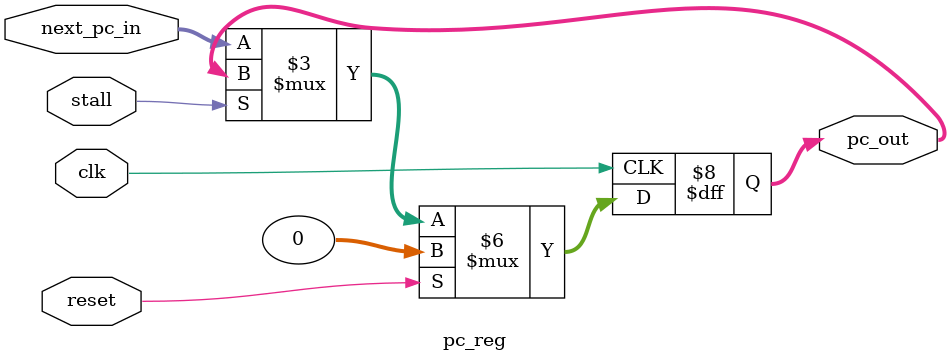
<source format=v>
`timescale 1ns / 1ps
module pc_reg(
    input wire clk,
    input wire reset,
    input wire stall,       // 新增: 來自 ctrl
    input wire [31:0] next_pc_in, // 新增: 來自 top (可能是 pc+4 或 jump target)
    output reg [31:0]pc_out
);
    always@(posedge clk)begin
        if(reset)begin
            pc_out <= 32'b0;
        end else if(stall)begin
            pc_out <= pc_out; // 保持不變
        end else begin
            pc_out <= next_pc_in;
        end
    end
endmodule
</source>
